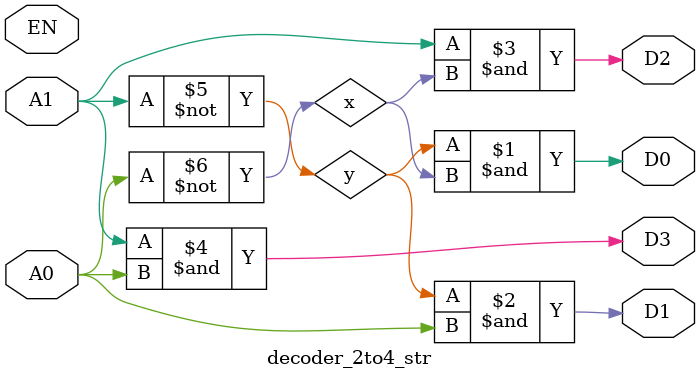
<source format=v>
module decoder_2to4_str(EN,A1,A0,D3,D2,D1,D0);
input EN,A1,A0;
output D3,D2,D1,D0;
wire y,x;
not u1(y,A1);
not u2(x,A0);
and u3(D0,y,x);
and u4(D1,y,A0);
and u5(D2,A1,x);
and u6(D3,A1,A0);
endmodule

</source>
